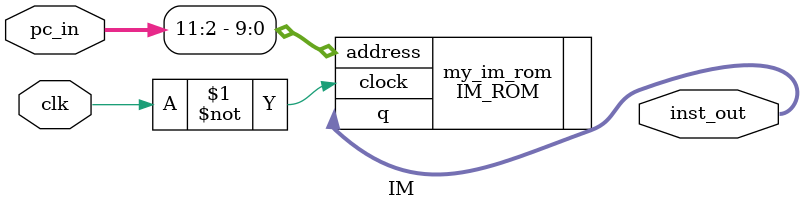
<source format=v>
`timescale 1ns / 1ps
module IM(
    input wire [31:0] pc_in,
    output  [31:0] inst_out,
    input wire clk
    );
	//reg [31:0] im[1023:0];
    IM_ROM my_im_rom(
     .address(pc_in[11:2]),
     .clock(~clk),
     .q(inst_out));
	
endmodule

</source>
